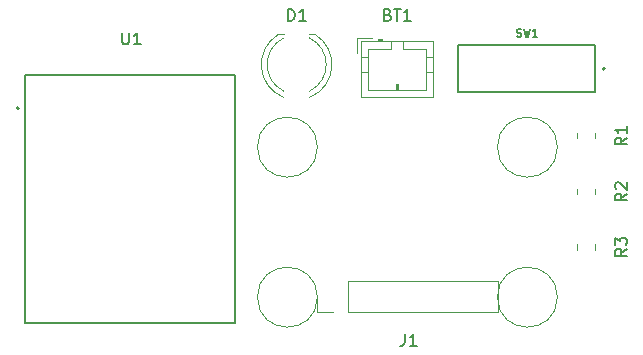
<source format=gbr>
%TF.GenerationSoftware,KiCad,Pcbnew,8.0.8*%
%TF.CreationDate,2025-05-04T21:31:51-07:00*%
%TF.ProjectId,ACL_ToF,41434c5f-546f-4462-9e6b-696361645f70,rev?*%
%TF.SameCoordinates,Original*%
%TF.FileFunction,Legend,Top*%
%TF.FilePolarity,Positive*%
%FSLAX46Y46*%
G04 Gerber Fmt 4.6, Leading zero omitted, Abs format (unit mm)*
G04 Created by KiCad (PCBNEW 8.0.8) date 2025-05-04 21:31:51*
%MOMM*%
%LPD*%
G01*
G04 APERTURE LIST*
%ADD10C,0.150000*%
%ADD11C,0.127000*%
%ADD12C,0.200000*%
%ADD13C,0.120000*%
%ADD14C,0.050800*%
G04 APERTURE END LIST*
D10*
X169146666Y-63757800D02*
X169238095Y-63788276D01*
X169238095Y-63788276D02*
X169390476Y-63788276D01*
X169390476Y-63788276D02*
X169451428Y-63757800D01*
X169451428Y-63757800D02*
X169481904Y-63727323D01*
X169481904Y-63727323D02*
X169512381Y-63666371D01*
X169512381Y-63666371D02*
X169512381Y-63605419D01*
X169512381Y-63605419D02*
X169481904Y-63544466D01*
X169481904Y-63544466D02*
X169451428Y-63513990D01*
X169451428Y-63513990D02*
X169390476Y-63483514D01*
X169390476Y-63483514D02*
X169268571Y-63453038D01*
X169268571Y-63453038D02*
X169207619Y-63422561D01*
X169207619Y-63422561D02*
X169177142Y-63392085D01*
X169177142Y-63392085D02*
X169146666Y-63331133D01*
X169146666Y-63331133D02*
X169146666Y-63270180D01*
X169146666Y-63270180D02*
X169177142Y-63209228D01*
X169177142Y-63209228D02*
X169207619Y-63178752D01*
X169207619Y-63178752D02*
X169268571Y-63148276D01*
X169268571Y-63148276D02*
X169420952Y-63148276D01*
X169420952Y-63148276D02*
X169512381Y-63178752D01*
X169725714Y-63148276D02*
X169878095Y-63788276D01*
X169878095Y-63788276D02*
X170000000Y-63331133D01*
X170000000Y-63331133D02*
X170121905Y-63788276D01*
X170121905Y-63788276D02*
X170274286Y-63148276D01*
X170853334Y-63788276D02*
X170487619Y-63788276D01*
X170670476Y-63788276D02*
X170670476Y-63148276D01*
X170670476Y-63148276D02*
X170609524Y-63239704D01*
X170609524Y-63239704D02*
X170548572Y-63300657D01*
X170548572Y-63300657D02*
X170487619Y-63331133D01*
X178454819Y-81754166D02*
X177978628Y-82087499D01*
X178454819Y-82325594D02*
X177454819Y-82325594D01*
X177454819Y-82325594D02*
X177454819Y-81944642D01*
X177454819Y-81944642D02*
X177502438Y-81849404D01*
X177502438Y-81849404D02*
X177550057Y-81801785D01*
X177550057Y-81801785D02*
X177645295Y-81754166D01*
X177645295Y-81754166D02*
X177788152Y-81754166D01*
X177788152Y-81754166D02*
X177883390Y-81801785D01*
X177883390Y-81801785D02*
X177931009Y-81849404D01*
X177931009Y-81849404D02*
X177978628Y-81944642D01*
X177978628Y-81944642D02*
X177978628Y-82325594D01*
X177454819Y-81420832D02*
X177454819Y-80801785D01*
X177454819Y-80801785D02*
X177835771Y-81135118D01*
X177835771Y-81135118D02*
X177835771Y-80992261D01*
X177835771Y-80992261D02*
X177883390Y-80897023D01*
X177883390Y-80897023D02*
X177931009Y-80849404D01*
X177931009Y-80849404D02*
X178026247Y-80801785D01*
X178026247Y-80801785D02*
X178264342Y-80801785D01*
X178264342Y-80801785D02*
X178359580Y-80849404D01*
X178359580Y-80849404D02*
X178407200Y-80897023D01*
X178407200Y-80897023D02*
X178454819Y-80992261D01*
X178454819Y-80992261D02*
X178454819Y-81277975D01*
X178454819Y-81277975D02*
X178407200Y-81373213D01*
X178407200Y-81373213D02*
X178359580Y-81420832D01*
X158214285Y-61931009D02*
X158357142Y-61978628D01*
X158357142Y-61978628D02*
X158404761Y-62026247D01*
X158404761Y-62026247D02*
X158452380Y-62121485D01*
X158452380Y-62121485D02*
X158452380Y-62264342D01*
X158452380Y-62264342D02*
X158404761Y-62359580D01*
X158404761Y-62359580D02*
X158357142Y-62407200D01*
X158357142Y-62407200D02*
X158261904Y-62454819D01*
X158261904Y-62454819D02*
X157880952Y-62454819D01*
X157880952Y-62454819D02*
X157880952Y-61454819D01*
X157880952Y-61454819D02*
X158214285Y-61454819D01*
X158214285Y-61454819D02*
X158309523Y-61502438D01*
X158309523Y-61502438D02*
X158357142Y-61550057D01*
X158357142Y-61550057D02*
X158404761Y-61645295D01*
X158404761Y-61645295D02*
X158404761Y-61740533D01*
X158404761Y-61740533D02*
X158357142Y-61835771D01*
X158357142Y-61835771D02*
X158309523Y-61883390D01*
X158309523Y-61883390D02*
X158214285Y-61931009D01*
X158214285Y-61931009D02*
X157880952Y-61931009D01*
X158738095Y-61454819D02*
X159309523Y-61454819D01*
X159023809Y-62454819D02*
X159023809Y-61454819D01*
X160166666Y-62454819D02*
X159595238Y-62454819D01*
X159880952Y-62454819D02*
X159880952Y-61454819D01*
X159880952Y-61454819D02*
X159785714Y-61597676D01*
X159785714Y-61597676D02*
X159690476Y-61692914D01*
X159690476Y-61692914D02*
X159595238Y-61740533D01*
X149761905Y-62454819D02*
X149761905Y-61454819D01*
X149761905Y-61454819D02*
X150000000Y-61454819D01*
X150000000Y-61454819D02*
X150142857Y-61502438D01*
X150142857Y-61502438D02*
X150238095Y-61597676D01*
X150238095Y-61597676D02*
X150285714Y-61692914D01*
X150285714Y-61692914D02*
X150333333Y-61883390D01*
X150333333Y-61883390D02*
X150333333Y-62026247D01*
X150333333Y-62026247D02*
X150285714Y-62216723D01*
X150285714Y-62216723D02*
X150238095Y-62311961D01*
X150238095Y-62311961D02*
X150142857Y-62407200D01*
X150142857Y-62407200D02*
X150000000Y-62454819D01*
X150000000Y-62454819D02*
X149761905Y-62454819D01*
X151285714Y-62454819D02*
X150714286Y-62454819D01*
X151000000Y-62454819D02*
X151000000Y-61454819D01*
X151000000Y-61454819D02*
X150904762Y-61597676D01*
X150904762Y-61597676D02*
X150809524Y-61692914D01*
X150809524Y-61692914D02*
X150714286Y-61740533D01*
X178454819Y-77079166D02*
X177978628Y-77412499D01*
X178454819Y-77650594D02*
X177454819Y-77650594D01*
X177454819Y-77650594D02*
X177454819Y-77269642D01*
X177454819Y-77269642D02*
X177502438Y-77174404D01*
X177502438Y-77174404D02*
X177550057Y-77126785D01*
X177550057Y-77126785D02*
X177645295Y-77079166D01*
X177645295Y-77079166D02*
X177788152Y-77079166D01*
X177788152Y-77079166D02*
X177883390Y-77126785D01*
X177883390Y-77126785D02*
X177931009Y-77174404D01*
X177931009Y-77174404D02*
X177978628Y-77269642D01*
X177978628Y-77269642D02*
X177978628Y-77650594D01*
X177550057Y-76698213D02*
X177502438Y-76650594D01*
X177502438Y-76650594D02*
X177454819Y-76555356D01*
X177454819Y-76555356D02*
X177454819Y-76317261D01*
X177454819Y-76317261D02*
X177502438Y-76222023D01*
X177502438Y-76222023D02*
X177550057Y-76174404D01*
X177550057Y-76174404D02*
X177645295Y-76126785D01*
X177645295Y-76126785D02*
X177740533Y-76126785D01*
X177740533Y-76126785D02*
X177883390Y-76174404D01*
X177883390Y-76174404D02*
X178454819Y-76745832D01*
X178454819Y-76745832D02*
X178454819Y-76126785D01*
X178454819Y-72341666D02*
X177978628Y-72674999D01*
X178454819Y-72913094D02*
X177454819Y-72913094D01*
X177454819Y-72913094D02*
X177454819Y-72532142D01*
X177454819Y-72532142D02*
X177502438Y-72436904D01*
X177502438Y-72436904D02*
X177550057Y-72389285D01*
X177550057Y-72389285D02*
X177645295Y-72341666D01*
X177645295Y-72341666D02*
X177788152Y-72341666D01*
X177788152Y-72341666D02*
X177883390Y-72389285D01*
X177883390Y-72389285D02*
X177931009Y-72436904D01*
X177931009Y-72436904D02*
X177978628Y-72532142D01*
X177978628Y-72532142D02*
X177978628Y-72913094D01*
X178454819Y-71389285D02*
X178454819Y-71960713D01*
X178454819Y-71674999D02*
X177454819Y-71674999D01*
X177454819Y-71674999D02*
X177597676Y-71770237D01*
X177597676Y-71770237D02*
X177692914Y-71865475D01*
X177692914Y-71865475D02*
X177740533Y-71960713D01*
X135738095Y-63454819D02*
X135738095Y-64264342D01*
X135738095Y-64264342D02*
X135785714Y-64359580D01*
X135785714Y-64359580D02*
X135833333Y-64407200D01*
X135833333Y-64407200D02*
X135928571Y-64454819D01*
X135928571Y-64454819D02*
X136119047Y-64454819D01*
X136119047Y-64454819D02*
X136214285Y-64407200D01*
X136214285Y-64407200D02*
X136261904Y-64359580D01*
X136261904Y-64359580D02*
X136309523Y-64264342D01*
X136309523Y-64264342D02*
X136309523Y-63454819D01*
X137309523Y-64454819D02*
X136738095Y-64454819D01*
X137023809Y-64454819D02*
X137023809Y-63454819D01*
X137023809Y-63454819D02*
X136928571Y-63597676D01*
X136928571Y-63597676D02*
X136833333Y-63692914D01*
X136833333Y-63692914D02*
X136738095Y-63740533D01*
X159666666Y-88954819D02*
X159666666Y-89669104D01*
X159666666Y-89669104D02*
X159619047Y-89811961D01*
X159619047Y-89811961D02*
X159523809Y-89907200D01*
X159523809Y-89907200D02*
X159380952Y-89954819D01*
X159380952Y-89954819D02*
X159285714Y-89954819D01*
X160666666Y-89954819D02*
X160095238Y-89954819D01*
X160380952Y-89954819D02*
X160380952Y-88954819D01*
X160380952Y-88954819D02*
X160285714Y-89097676D01*
X160285714Y-89097676D02*
X160190476Y-89192914D01*
X160190476Y-89192914D02*
X160095238Y-89240533D01*
D11*
%TO.C,SW1*%
X164200000Y-64500000D02*
X164200000Y-68500000D01*
X164200000Y-68500000D02*
X175800000Y-68500000D01*
X175800000Y-64500000D02*
X164200000Y-64500000D01*
X175800000Y-68500000D02*
X175800000Y-64500000D01*
D12*
X176600000Y-66500000D02*
G75*
G02*
X176400000Y-66500000I-100000J0D01*
G01*
X176400000Y-66500000D02*
G75*
G02*
X176600000Y-66500000I100000J0D01*
G01*
D13*
%TO.C,R3*%
X174265000Y-81360436D02*
X174265000Y-81814564D01*
X175735000Y-81360436D02*
X175735000Y-81814564D01*
%TO.C,BT1*%
X155640000Y-63890000D02*
X155640000Y-65140000D01*
X155940000Y-64190000D02*
X155940000Y-68910000D01*
X155940000Y-65500000D02*
X156550000Y-65500000D01*
X155940000Y-66800000D02*
X156550000Y-66800000D01*
X155940000Y-68910000D02*
X162060000Y-68910000D01*
X156550000Y-64800000D02*
X156550000Y-68300000D01*
X156550000Y-68300000D02*
X161450000Y-68300000D01*
X156890000Y-63890000D02*
X155640000Y-63890000D01*
X157400000Y-63990000D02*
X157400000Y-64190000D01*
X157700000Y-63990000D02*
X157400000Y-63990000D01*
X157700000Y-64090000D02*
X157400000Y-64090000D01*
X157700000Y-64190000D02*
X157700000Y-63990000D01*
X158500000Y-64190000D02*
X158500000Y-64800000D01*
X158500000Y-64800000D02*
X156550000Y-64800000D01*
X158900000Y-67800000D02*
X159100000Y-67800000D01*
X158900000Y-68300000D02*
X158900000Y-67800000D01*
X159000000Y-68300000D02*
X159000000Y-67800000D01*
X159100000Y-67800000D02*
X159100000Y-68300000D01*
X159500000Y-64800000D02*
X159500000Y-64190000D01*
X161450000Y-64800000D02*
X159500000Y-64800000D01*
X161450000Y-68300000D02*
X161450000Y-64800000D01*
X162060000Y-64190000D02*
X155940000Y-64190000D01*
X162060000Y-65500000D02*
X161450000Y-65500000D01*
X162060000Y-66800000D02*
X161450000Y-66800000D01*
X162060000Y-68910000D02*
X162060000Y-64190000D01*
%TO.C,D1*%
X149420000Y-63595000D02*
X148955000Y-63595000D01*
X152045000Y-63595000D02*
X151580000Y-63595000D01*
X149419925Y-68943107D02*
G75*
G02*
X148955170Y-63595000I1080075J2788107D01*
G01*
X149419941Y-68409656D02*
G75*
G02*
X149420000Y-63900316I1080059J2254656D01*
G01*
X151580000Y-63900316D02*
G75*
G02*
X151580059Y-68409656I-1080000J-2254684D01*
G01*
X152044830Y-63595000D02*
G75*
G02*
X151580075Y-68943107I-1544830J-2560000D01*
G01*
%TO.C,R2*%
X174265000Y-76685436D02*
X174265000Y-77139564D01*
X175735000Y-76685436D02*
X175735000Y-77139564D01*
%TO.C,R1*%
X174265000Y-71947936D02*
X174265000Y-72402064D01*
X175735000Y-71947936D02*
X175735000Y-72402064D01*
D11*
%TO.C,U1*%
X127490000Y-67079000D02*
X145270000Y-67079000D01*
X127490000Y-88034000D02*
X127490000Y-67079000D01*
X145270000Y-67079000D02*
X145270000Y-88034000D01*
X145270000Y-88034000D02*
X127490000Y-88034000D01*
D12*
X126980000Y-69873000D02*
G75*
G02*
X126780000Y-69873000I-100000J0D01*
G01*
X126780000Y-69873000D02*
G75*
G02*
X126980000Y-69873000I100000J0D01*
G01*
D13*
%TO.C,J1*%
X152220000Y-85770000D02*
X152220000Y-87100000D01*
X152220000Y-87100000D02*
X153550000Y-87100000D01*
X154820000Y-84440000D02*
X154820000Y-87100000D01*
X154820000Y-84440000D02*
X167580000Y-84440000D01*
X154820000Y-87100000D02*
X167580000Y-87100000D01*
X167580000Y-84440000D02*
X167580000Y-87100000D01*
D14*
X152255000Y-73150000D02*
G75*
G02*
X147175000Y-73150000I-2540000J0D01*
G01*
X147175000Y-73150000D02*
G75*
G02*
X152255000Y-73150000I2540000J0D01*
G01*
X152255000Y-85850000D02*
G75*
G02*
X147175000Y-85850000I-2540000J0D01*
G01*
X147175000Y-85850000D02*
G75*
G02*
X152255000Y-85850000I2540000J0D01*
G01*
X172575000Y-73150000D02*
G75*
G02*
X167495000Y-73150000I-2540000J0D01*
G01*
X167495000Y-73150000D02*
G75*
G02*
X172575000Y-73150000I2540000J0D01*
G01*
X172575000Y-85850000D02*
G75*
G02*
X167495000Y-85850000I-2540000J0D01*
G01*
X167495000Y-85850000D02*
G75*
G02*
X172575000Y-85850000I2540000J0D01*
G01*
%TD*%
M02*

</source>
